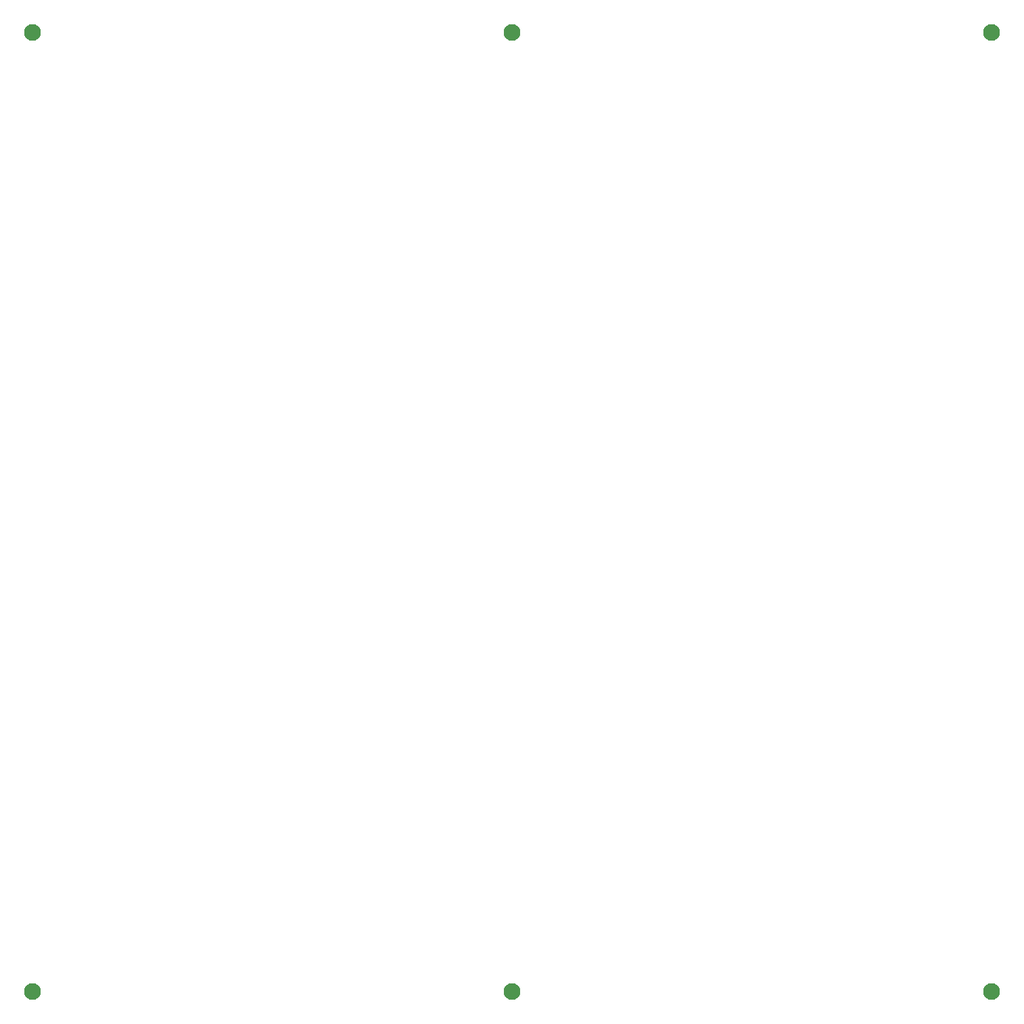
<source format=gbr>
%TF.GenerationSoftware,KiCad,Pcbnew,7.0.9*%
%TF.CreationDate,2024-01-01T16:10:15+05:30*%
%TF.ProjectId,Led_8x8Tower_Base,4c65645f-3878-4385-946f-7765725f4261,rev?*%
%TF.SameCoordinates,Original*%
%TF.FileFunction,Soldermask,Bot*%
%TF.FilePolarity,Negative*%
%FSLAX46Y46*%
G04 Gerber Fmt 4.6, Leading zero omitted, Abs format (unit mm)*
G04 Created by KiCad (PCBNEW 7.0.9) date 2024-01-01 16:10:15*
%MOMM*%
%LPD*%
G01*
G04 APERTURE LIST*
%ADD10C,2.100000*%
G04 APERTURE END LIST*
D10*
%TO.C,REF\u002A\u002A*%
X188000000Y-150000000D03*
%TD*%
%TO.C,REF\u002A\u002A*%
X128000000Y-30000000D03*
%TD*%
%TO.C,REF\u002A\u002A*%
X128000000Y-150000000D03*
%TD*%
%TO.C,REF\u002A\u002A*%
X68000000Y-30000000D03*
%TD*%
%TO.C,REF\u002A\u002A*%
X188000000Y-30000000D03*
%TD*%
%TO.C,REF\u002A\u002A*%
X68000000Y-150000000D03*
%TD*%
M02*

</source>
